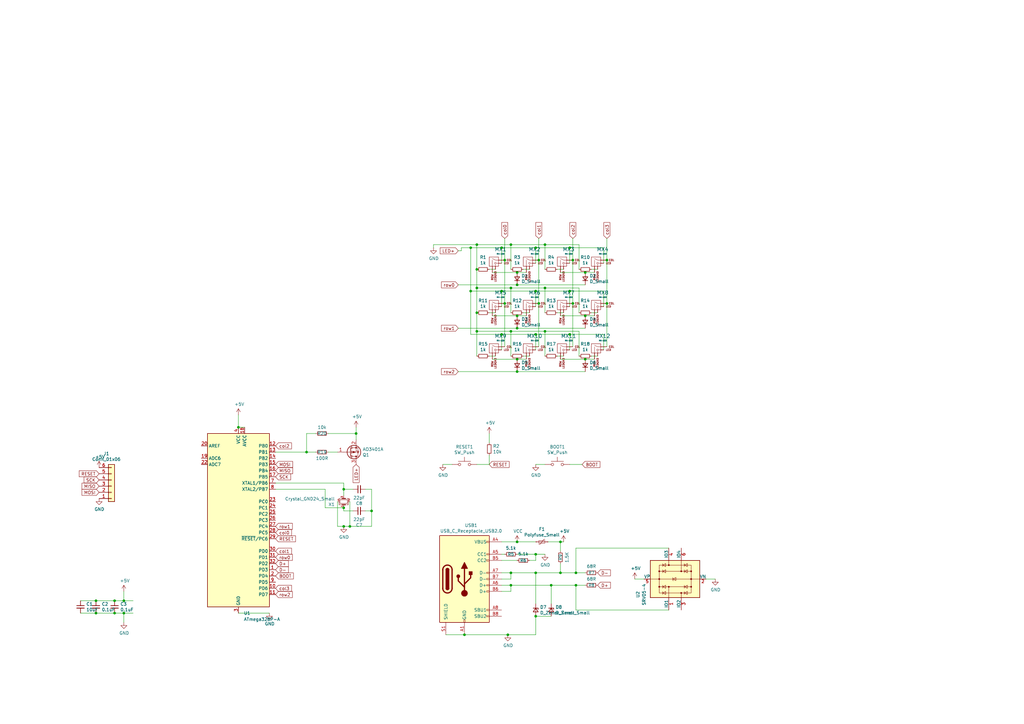
<source format=kicad_sch>
(kicad_sch (version 20231120) (generator "eeschema") (generator_version "8.0")
  (paper "A3")
  (lib_symbols
    (symbol "Connector:USB_C_Receptacle_USB2.0" (pin_names (offset 1.016))
      (property "Reference" "J" (at -10.16 19.05 0))
      (property "Value" "USB_C_Receptacle_USB2.0" (at 19.05 19.05 0))
      (symbol "USB_C_Receptacle_USB2.0_0_0"
        (rectangle (start -0.254 -17.78) (end 0.254 -16.764))
        (rectangle (start 10.16 -14.986) (end 9.144 -15.494))
        (rectangle (start 10.16 -12.446) (end 9.144 -12.954))
        (rectangle (start 10.16 -4.826) (end 9.144 -5.334))
        (rectangle (start 10.16 -2.286) (end 9.144 -2.794))
        (rectangle (start 10.16 0.254) (end 9.144 -0.254))
        (rectangle (start 10.16 2.794) (end 9.144 2.286))
        (rectangle (start 10.16 7.874) (end 9.144 7.366))
        (rectangle (start 10.16 10.414) (end 9.144 9.906))
        (rectangle (start 10.16 15.494) (end 9.144 14.986))
      )
      (symbol "USB_C_Receptacle_USB2.0_0_1"
        (rectangle (start -10.16 17.78) (end 10.16 -17.78) (stroke (width 0.254)) (fill (type background)))
        (arc (start -8.89 -3.81) (mid -6.985 -5.7067) (end -5.08 -3.81) (stroke (width 0.508)))
        (arc (start -7.62 -3.81) (mid -6.985 -4.4423) (end -6.35 -3.81) (stroke (width 0.254)))
        (arc (start -7.62 -3.81) (mid -6.985 -4.4423) (end -6.35 -3.81) (stroke (width 0.254)) (fill (type outline)))
        (rectangle (start -7.62 -3.81) (end -6.35 3.81) (stroke (width 0.254)) (fill (type outline)))
        (arc (start -6.35 3.81) (mid -6.985 4.4423) (end -7.62 3.81) (stroke (width 0.254)))
        (arc (start -6.35 3.81) (mid -6.985 4.4423) (end -7.62 3.81) (stroke (width 0.254)) (fill (type outline)))
        (arc (start -5.08 3.81) (mid -6.985 5.7067) (end -8.89 3.81) (stroke (width 0.508)))
        (circle (center -2.54 1.143) (radius 0.635) (stroke (width 0.254)) (fill (type outline)))
        (circle (center 0 -5.842) (radius 1.27) (fill (type outline)))
        (polyline (pts (xy -8.89 -3.81) (xy -8.89 3.81)) (stroke (width 0.508)))
        (polyline (pts (xy -5.08 3.81) (xy -5.08 -3.81)) (stroke (width 0.508)))
        (polyline (pts (xy 0 -5.842) (xy 0 4.318)) (stroke (width 0.508)))
        (polyline (pts (xy 0 -3.302) (xy -2.54 -0.762) (xy -2.54 0.508)) (stroke (width 0.508)))
        (polyline (pts (xy 0 -2.032) (xy 2.54 0.508) (xy 2.54 1.778)) (stroke (width 0.508)))
        (polyline (pts (xy -1.27 4.318) (xy 0 6.858) (xy 1.27 4.318) (xy -1.27 4.318)) (stroke (width 0.254)) (fill (type outline)))
        (rectangle (start 1.905 1.778) (end 3.175 3.048) (stroke (width 0.254)) (fill (type outline)))
      )
      (symbol "USB_C_Receptacle_USB2.0_1_1"
        (pin passive line (at 0 -22.86 90) (length 5.08) (name "GND") (number "A1"))
        (pin passive line (at 0 -22.86 90) (length 5.08) hide (name "GND") (number "A12"))
        (pin passive line (at 15.24 15.24 180) (length 5.08) (name "VBUS") (number "A4"))
        (pin bidirectional line (at 15.24 10.16 180) (length 5.08) (name "CC1") (number "A5"))
        (pin bidirectional line (at 15.24 -2.54 180) (length 5.08) (name "D+") (number "A6"))
        (pin bidirectional line (at 15.24 2.54 180) (length 5.08) (name "D-") (number "A7"))
        (pin bidirectional line (at 15.24 -12.7 180) (length 5.08) (name "SBU1") (number "A8"))
        (pin passive line (at 15.24 15.24 180) (length 5.08) hide (name "VBUS") (number "A9"))
        (pin passive line (at 0 -22.86 90) (length 5.08) hide (name "GND") (number "B1"))
        (pin passive line (at 0 -22.86 90) (length 5.08) hide (name "GND") (number "B12"))
        (pin passive line (at 15.24 15.24 180) (length 5.08) hide (name "VBUS") (number "B4"))
        (pin bidirectional line (at 15.24 7.62 180) (length 5.08) (name "CC2") (number "B5"))
        (pin bidirectional line (at 15.24 -5.08 180) (length 5.08) (name "D+") (number "B6"))
        (pin bidirectional line (at 15.24 0 180) (length 5.08) (name "D-") (number "B7"))
        (pin bidirectional line (at 15.24 -15.24 180) (length 5.08) (name "SBU2") (number "B8"))
        (pin passive line (at 15.24 15.24 180) (length 5.08) hide (name "VBUS") (number "B9"))
        (pin passive line (at -7.62 -22.86 90) (length 5.08) (name "SHIELD") (number "S1"))
      )
    )
    (symbol "Connector_Generic:Conn_01x06" (pin_names (offset 1.016) hide)
      (property "Reference" "J" (at 0 7.62 0))
      (property "Value" "Conn_01x06" (at 0 -10.16 0))
      (symbol "Conn_01x06_1_1"
        (rectangle (start -1.27 -7.493) (end 0 -7.747) (stroke (width 0.1524)))
        (rectangle (start -1.27 -4.953) (end 0 -5.207) (stroke (width 0.1524)))
        (rectangle (start -1.27 -2.413) (end 0 -2.667) (stroke (width 0.1524)))
        (rectangle (start -1.27 0.127) (end 0 -0.127) (stroke (width 0.1524)))
        (rectangle (start -1.27 2.667) (end 0 2.413) (stroke (width 0.1524)))
        (rectangle (start -1.27 5.207) (end 0 4.953) (stroke (width 0.1524)))
        (rectangle (start -1.27 6.35) (end 1.27 -8.89) (stroke (width 0.254)) (fill (type background)))
        (pin passive line (at -5.08 5.08 0) (length 3.81) (name "Pin_1") (number "1"))
        (pin passive line (at -5.08 2.54 0) (length 3.81) (name "Pin_2") (number "2"))
        (pin passive line (at -5.08 0 0) (length 3.81) (name "Pin_3") (number "3"))
        (pin passive line (at -5.08 -2.54 0) (length 3.81) (name "Pin_4") (number "4"))
        (pin passive line (at -5.08 -5.08 0) (length 3.81) (name "Pin_5") (number "5"))
        (pin passive line (at -5.08 -7.62 0) (length 3.81) (name "Pin_6") (number "6"))
      )
    )
    (symbol "Device:C_Small" (pin_numbers hide) (pin_names (offset 0.254) hide)
      (property "Reference" "C" (at 0.254 1.778 0))
      (property "Value" "C_Small" (at 0.254 -2.032 0))
      (symbol "C_Small_0_1"
        (polyline (pts (xy -1.524 -0.508) (xy 1.524 -0.508)) (stroke (width 0.3302)))
        (polyline (pts (xy -1.524 0.508) (xy 1.524 0.508)) (stroke (width 0.3048)))
      )
      (symbol "C_Small_1_1"
        (pin passive line (at 0 2.54 270) (length 2.032) (name "~") (number "1"))
        (pin passive line (at 0 -2.54 90) (length 2.032) (name "~") (number "2"))
      )
    )
    (symbol "Device:Crystal_GND24_Small" (pin_names (offset 1.016) hide)
      (property "Reference" "Y" (at 1.27 4.445 0))
      (property "Value" "Crystal_GND24_Small" (at 1.27 2.54 0))
      (symbol "Crystal_GND24_Small_0_1"
        (rectangle (start -0.762 -1.524) (end 0.762 1.524))
        (polyline (pts (xy -1.27 -0.762) (xy -1.27 0.762)) (stroke (width 0.381)))
        (polyline (pts (xy 1.27 -0.762) (xy 1.27 0.762)) (stroke (width 0.381)))
        (polyline (pts (xy -1.27 -1.27) (xy -1.27 -1.905) (xy 1.27 -1.905) (xy 1.27 -1.27)))
        (polyline (pts (xy -1.27 1.27) (xy -1.27 1.905) (xy 1.27 1.905) (xy 1.27 1.27)))
      )
      (symbol "Crystal_GND24_Small_1_1"
        (pin passive line (at -2.54 0 0) (length 1.27) (name "1") (number "1"))
        (pin passive line (at 0 -2.54 90) (length 0.635) (name "2") (number "2"))
        (pin passive line (at 2.54 0 180) (length 1.27) (name "3") (number "3"))
        (pin passive line (at 0 2.54 270) (length 0.635) (name "4") (number "4"))
      )
    )
    (symbol "Device:D_Small" (pin_numbers hide) (pin_names (offset 0.254) hide)
      (property "Reference" "D" (at -1.27 2.032 0))
      (property "Value" "D_Small" (at -3.81 -2.032 0))
      (symbol "D_Small_0_1"
        (polyline (pts (xy -0.762 -1.016) (xy -0.762 1.016)) (stroke (width 0.254)))
        (polyline (pts (xy -0.762 0) (xy 0.762 0)))
        (polyline (pts (xy 0.762 -1.016) (xy -0.762 0) (xy 0.762 1.016) (xy 0.762 -1.016)) (stroke (width 0.254)))
      )
      (symbol "D_Small_1_1"
        (pin passive line (at -2.54 0 0) (length 1.778) (name "K") (number "1"))
        (pin passive line (at 2.54 0 180) (length 1.778) (name "A") (number "2"))
      )
    )
    (symbol "Device:D_Zener_Small" (pin_numbers hide) (pin_names (offset 0.254) hide)
      (property "Reference" "D" (at 0 2.286 0))
      (property "Value" "D_Zener_Small" (at 0 -2.286 0))
      (symbol "D_Zener_Small_0_1"
        (polyline (pts (xy 0.762 0) (xy -0.762 0)))
        (polyline (pts (xy -0.254 1.016) (xy -0.762 1.016) (xy -0.762 -1.016)) (stroke (width 0.254)))
        (polyline (pts (xy 0.762 1.016) (xy -0.762 0) (xy 0.762 -1.016) (xy 0.762 1.016)) (stroke (width 0.254)))
      )
      (symbol "D_Zener_Small_1_1"
        (pin passive line (at -2.54 0 0) (length 1.778) (name "K") (number "1"))
        (pin passive line (at 2.54 0 180) (length 1.778) (name "A") (number "2"))
      )
    )
    (symbol "Device:Polyfuse_Small" (pin_numbers hide) (pin_names (offset 0))
      (property "Reference" "F" (at -1.905 0 90))
      (property "Value" "Polyfuse_Small" (at 1.905 0 90))
      (symbol "Polyfuse_Small_0_1"
        (rectangle (start -0.508 1.27) (end 0.508 -1.27))
        (polyline (pts (xy 0 2.54) (xy 0 -2.54)))
        (polyline (pts (xy -1.016 1.27) (xy -1.016 0.762) (xy 1.016 -0.762) (xy 1.016 -1.27)))
      )
      (symbol "Polyfuse_Small_1_1"
        (pin passive line (at 0 2.54 270) (length 0.635) (name "~") (number "1"))
        (pin passive line (at 0 -2.54 90) (length 0.635) (name "~") (number "2"))
      )
    )
    (symbol "Device:R_Small" (pin_numbers hide) (pin_names (offset 0.254) hide)
      (property "Reference" "R" (at 0.762 0.508 0))
      (property "Value" "R_Small" (at 0.762 -1.016 0))
      (symbol "R_Small_0_1"
        (rectangle (start -0.762 1.778) (end 0.762 -1.778) (stroke (width 0.2032)))
      )
      (symbol "R_Small_1_1"
        (pin passive line (at 0 2.54 270) (length 0.762) (name "~") (number "1"))
        (pin passive line (at 0 -2.54 90) (length 0.762) (name "~") (number "2"))
      )
    )
    (symbol "MCU_Microchip_ATmega:ATmega328P-A"
      (property "Reference" "U" (at -12.7 36.83 0))
      (property "Value" "ATmega328P-A" (at 2.54 -36.83 0))
      (symbol "ATmega328P-A_0_1"
        (rectangle (start -12.7 -35.56) (end 12.7 35.56) (stroke (width 0.254)) (fill (type background)))
      )
      (symbol "ATmega328P-A_1_1"
        (pin bidirectional line (at 15.24 -20.32 180) (length 2.54) (name "PD3") (number "1"))
        (pin bidirectional line (at 15.24 -27.94 180) (length 2.54) (name "PD6") (number "10"))
        (pin bidirectional line (at 15.24 -30.48 180) (length 2.54) (name "PD7") (number "11"))
        (pin bidirectional line (at 15.24 30.48 180) (length 2.54) (name "PB0") (number "12"))
        (pin bidirectional line (at 15.24 27.94 180) (length 2.54) (name "PB1") (number "13"))
        (pin bidirectional line (at 15.24 25.4 180) (length 2.54) (name "PB2") (number "14"))
        (pin bidirectional line (at 15.24 22.86 180) (length 2.54) (name "PB3") (number "15"))
        (pin bidirectional line (at 15.24 20.32 180) (length 2.54) (name "PB4") (number "16"))
        (pin bidirectional line (at 15.24 17.78 180) (length 2.54) (name "PB5") (number "17"))
        (pin power_in line (at 2.54 38.1 270) (length 2.54) (name "AVCC") (number "18"))
        (pin input line (at -15.24 25.4 0) (length 2.54) (name "ADC6") (number "19"))
        (pin bidirectional line (at 15.24 -22.86 180) (length 2.54) (name "PD4") (number "2"))
        (pin passive line (at -15.24 30.48 0) (length 2.54) (name "AREF") (number "20"))
        (pin passive line (at 0 -38.1 90) (length 2.54) hide (name "GND") (number "21"))
        (pin input line (at -15.24 22.86 0) (length 2.54) (name "ADC7") (number "22"))
        (pin bidirectional line (at 15.24 7.62 180) (length 2.54) (name "PC0") (number "23"))
        (pin bidirectional line (at 15.24 5.08 180) (length 2.54) (name "PC1") (number "24"))
        (pin bidirectional line (at 15.24 2.54 180) (length 2.54) (name "PC2") (number "25"))
        (pin bidirectional line (at 15.24 0 180) (length 2.54) (name "PC3") (number "26"))
        (pin bidirectional line (at 15.24 -2.54 180) (length 2.54) (name "PC4") (number "27"))
        (pin bidirectional line (at 15.24 -5.08 180) (length 2.54) (name "PC5") (number "28"))
        (pin bidirectional line (at 15.24 -7.62 180) (length 2.54) (name "~{RESET}/PC6") (number "29"))
        (pin power_in line (at 0 -38.1 90) (length 2.54) (name "GND") (number "3"))
        (pin bidirectional line (at 15.24 -12.7 180) (length 2.54) (name "PD0") (number "30"))
        (pin bidirectional line (at 15.24 -15.24 180) (length 2.54) (name "PD1") (number "31"))
        (pin bidirectional line (at 15.24 -17.78 180) (length 2.54) (name "PD2") (number "32"))
        (pin power_in line (at 0 38.1 270) (length 2.54) (name "VCC") (number "4"))
        (pin passive line (at 0 -38.1 90) (length 2.54) hide (name "GND") (number "5"))
        (pin passive line (at 0 38.1 270) (length 2.54) hide (name "VCC") (number "6"))
        (pin bidirectional line (at 15.24 15.24 180) (length 2.54) (name "XTAL1/PB6") (number "7"))
        (pin bidirectional line (at 15.24 12.7 180) (length 2.54) (name "XTAL2/PB7") (number "8"))
        (pin bidirectional line (at 15.24 -25.4 180) (length 2.54) (name "PD5") (number "9"))
      )
    )
    (symbol "MX_Alps_Hybrid:MX-LED" (pin_names (offset 1.016))
      (property "Reference" "MX" (at -0.635 3.81 0))
      (property "Value" "MX-LED" (at -0.635 1.27 0))
      (symbol "MX-LED_0_0"
        (rectangle (start -2.54 2.54) (end 1.27 -1.27))
        (polyline (pts (xy -1.27 -1.27) (xy -1.27 1.27)) (stroke (width 0.127)))
        (polyline (pts (xy 0 -1.27) (xy 0 -0.635)) (stroke (width 0.127)))
        (polyline (pts (xy 1.27 0) (xy 0.635 0)) (stroke (width 0.127)))
        (polyline (pts (xy 1.27 1.27) (xy 0 1.27) (xy -1.27 1.905)) (stroke (width 0.127)))
        (circle (center 0 0) (radius 0.3556) (stroke (width 0.127)))
        (text "COL" (at 5.715 1.27 0) (effects (font (size 0.762 0.762))))
        (text "LED" (at 4.445 0 0) (effects (font (size 0.762 0.762))))
        (text "ROW" (at -1.27 -4.445 900) (effects (font (size 0.762 0.762)) (justify right)))
      )
      (symbol "MX-LED_1_0"
        (text "LEDGND" (at 0 -3.175 900) (effects (font (size 0.762 0.762)) (justify right)))
      )
      (symbol "MX-LED_1_1"
        (pin passive line (at 3.81 1.27 180) (length 2.54) (name "COL") (number "1"))
        (pin passive line (at -1.27 -3.81 90) (length 2.54) (name "ROW") (number "2"))
        (pin input line (at 2.54 0 180) (length 1.27) (name "LED") (number "3"))
        (pin passive line (at 0 -2.54 90) (length 1.27) (name "LEDGND") (number "4"))
      )
    )
    (symbol "Power_Protection:SRV05-4" (pin_names (offset 0))
      (property "Reference" "U" (at -5.08 11.43 0))
      (property "Value" "SRV05-4" (at 2.54 11.43 0))
      (symbol "SRV05-4_0_0"
        (rectangle (start -5.715 6.477) (end 5.715 -6.604))
        (polyline (pts (xy -3.175 -6.604) (xy -3.175 6.477)))
        (polyline (pts (xy 3.175 6.477) (xy 3.175 -6.604)))
      )
      (symbol "SRV05-4_0_1"
        (rectangle (start -7.62 10.16) (end 7.62 -10.16) (stroke (width 0.254)) (fill (type background)))
        (circle (center -5.715 -2.54) (radius 0.2794) (fill (type outline)))
        (circle (center -3.175 -6.604) (radius 0.2794) (fill (type outline)))
        (circle (center -3.175 2.54) (radius 0.2794) (fill (type outline)))
        (circle (center -3.175 6.477) (radius 0.2794) (fill (type outline)))
        (circle (center 0 -6.604) (radius 0.2794) (fill (type outline)))
        (polyline (pts (xy -7.747 2.54) (xy -3.175 2.54)))
        (polyline (pts (xy -7.62 -2.54) (xy -5.715 -2.54)))
        (polyline (pts (xy -5.08 -3.81) (xy -6.35 -3.81)))
        (polyline (pts (xy -5.08 5.08) (xy -6.35 5.08)))
        (polyline (pts (xy -2.54 -3.81) (xy -3.81 -3.81)))
        (polyline (pts (xy -2.54 5.08) (xy -3.81 5.08)))
        (polyline (pts (xy 0 10.16) (xy 0 -10.16)))
        (polyline (pts (xy 3.81 -3.81) (xy 2.54 -3.81)))
        (polyline (pts (xy 3.81 5.08) (xy 2.54 5.08)))
        (polyline (pts (xy 6.35 -3.81) (xy 5.08 -3.81)))
        (polyline (pts (xy 6.35 5.08) (xy 5.08 5.08)))
        (polyline (pts (xy 7.62 -2.54) (xy 3.175 -2.54)))
        (polyline (pts (xy 7.62 2.54) (xy 5.715 2.54)))
        (polyline (pts (xy 0.635 0.889) (xy -0.635 0.889) (xy -0.635 0.635)))
        (polyline (pts (xy -5.08 -5.08) (xy -6.35 -5.08) (xy -5.715 -3.81) (xy -5.08 -5.08)))
        (polyline (pts (xy -5.08 3.81) (xy -6.35 3.81) (xy -5.715 5.08) (xy -5.08 3.81)))
        (polyline (pts (xy -2.54 -5.08) (xy -3.81 -5.08) (xy -3.175 -3.81) (xy -2.54 -5.08)))
        (polyline (pts (xy -2.54 3.81) (xy -3.81 3.81) (xy -3.175 5.08) (xy -2.54 3.81)))
        (polyline (pts (xy 0.635 -0.381) (xy -0.635 -0.381) (xy 0 0.889) (xy 0.635 -0.381)))
        (polyline (pts (xy 3.81 -5.08) (xy 2.54 -5.08) (xy 3.175 -3.81) (xy 3.81 -5.08)))
        (polyline (pts (xy 3.81 3.81) (xy 2.54 3.81) (xy 3.175 5.08) (xy 3.81 3.81)))
        (polyline (pts (xy 6.35 -5.08) (xy 5.08 -5.08) (xy 5.715 -3.81) (xy 6.35 -5.08)))
        (polyline (pts (xy 6.35 3.81) (xy 5.08 3.81) (xy 5.715 5.08) (xy 6.35 3.81)))
        (circle (center 0 6.477) (radius 0.2794) (fill (type outline)))
        (circle (center 3.175 -6.604) (radius 0.2794) (fill (type outline)))
        (circle (center 3.175 -2.54) (radius 0.2794) (fill (type outline)))
        (circle (center 3.175 6.477) (radius 0.2794) (fill (type outline)))
        (circle (center 5.715 2.54) (radius 0.2794) (fill (type outline)))
      )
      (symbol "SRV05-4_1_1"
        (pin passive line (at -12.7 2.54 0) (length 5.08) (name "IO1") (number "1"))
        (pin passive line (at 0 -12.7 90) (length 2.54) (name "VN") (number "2"))
        (pin passive line (at -12.7 -2.54 0) (length 5.08) (name "IO2") (number "3"))
        (pin passive line (at 12.7 2.54 180) (length 5.08) (name "IO3") (number "4"))
        (pin passive line (at 0 12.7 270) (length 2.54) (name "VP") (number "5"))
        (pin passive line (at 12.7 -2.54 180) (length 5.08) (name "IO4") (number "6"))
      )
    )
    (symbol "Switch:SW_Push" (pin_numbers hide) (pin_names (offset 1.016) hide)
      (property "Reference" "SW" (at 1.27 2.54 0))
      (property "Value" "SW_Push" (at 0 -1.524 0))
      (symbol "SW_Push_0_1"
        (circle (center -2.032 0) (radius 0.508))
        (polyline (pts (xy 0 1.27) (xy 0 3.048)))
        (polyline (pts (xy 2.54 1.27) (xy -2.54 1.27)))
        (circle (center 2.032 0) (radius 0.508))
        (pin passive line (at -5.08 0 0) (length 2.54) (name "1") (number "1"))
        (pin passive line (at 5.08 0 180) (length 2.54) (name "2") (number "2"))
      )
    )
    (symbol "Transistor_FET:AO3401A" (pin_names hide)
      (property "Reference" "Q" (at 5.08 1.905 0))
      (property "Value" "AO3401A" (at 5.08 0 0))
      (symbol "AO3401A_0_1"
        (polyline (pts (xy 0.254 0) (xy -2.54 0)))
        (polyline (pts (xy 0.254 1.905) (xy 0.254 -1.905)) (stroke (width 0.254)))
        (polyline (pts (xy 0.762 -1.27) (xy 0.762 -2.286)) (stroke (width 0.254)))
        (polyline (pts (xy 0.762 0.508) (xy 0.762 -0.508)) (stroke (width 0.254)))
        (polyline (pts (xy 0.762 2.286) (xy 0.762 1.27)) (stroke (width 0.254)))
        (polyline (pts (xy 2.54 2.54) (xy 2.54 1.778)))
        (polyline (pts (xy 2.54 -2.54) (xy 2.54 0) (xy 0.762 0)))
        (polyline (pts (xy 0.762 1.778) (xy 3.302 1.778) (xy 3.302 -1.778) (xy 0.762 -1.778)))
        (polyline (pts (xy 2.286 0) (xy 1.27 0.381) (xy 1.27 -0.381) (xy 2.286 0)) (fill (type outline)))
        (polyline (pts (xy 2.794 -0.508) (xy 2.921 -0.381) (xy 3.683 -0.381) (xy 3.81 -0.254)))
        (polyline (pts (xy 3.302 -0.381) (xy 2.921 0.254) (xy 3.683 0.254) (xy 3.302 -0.381)))
        (circle (center 1.651 0) (radius 2.794) (stroke (width 0.254)))
        (circle (center 2.54 -1.778) (radius 0.254) (fill (type outline)))
        (circle (center 2.54 1.778) (radius 0.254) (fill (type outline)))
      )
      (symbol "AO3401A_1_1"
        (pin input line (at -5.08 0 0) (length 2.54) (name "G") (number "1"))
        (pin passive line (at 2.54 -5.08 90) (length 2.54) (name "S") (number "2"))
        (pin passive line (at 2.54 5.08 270) (length 2.54) (name "D") (number "3"))
      )
    )
    (symbol "power:+5V" (power) (pin_names (offset 0))
      (property "Value" "+5V" (at 0 3.556 0))
      (symbol "+5V_0_1"
        (polyline (pts (xy -0.762 1.27) (xy 0 2.54)))
        (polyline (pts (xy 0 0) (xy 0 2.54)))
        (polyline (pts (xy 0 2.54) (xy 0.762 1.27)))
      )
      (symbol "+5V_1_1"
        (pin power_in line (at 0 0 90) (length 0) hide (name "+5V") (number "1"))
      )
    )
    (symbol "power:GND" (power) (pin_names (offset 0))
      (property "Value" "GND" (at 0 -3.81 0))
      (symbol "GND_0_1"
        (polyline (pts (xy 0 0) (xy 0 -1.27) (xy 1.27 -1.27) (xy 0 -2.54) (xy -1.27 -1.27) (xy 0 -1.27)))
      )
      (symbol "GND_1_1"
        (pin power_in line (at 0 0 270) (length 0) hide (name "GND") (number "1"))
      )
    )
    (symbol "power:VCC" (power) (pin_names (offset 0))
      (property "Value" "VCC" (at 0 3.81 0))
      (symbol "VCC_0_1"
        (polyline (pts (xy -0.762 1.27) (xy 0 2.54)))
        (polyline (pts (xy 0 0) (xy 0 2.54)))
        (polyline (pts (xy 0 2.54) (xy 0.762 1.27)))
      )
      (symbol "VCC_1_1"
        (pin power_in line (at 0 0 90) (length 0) hide (name "VCC") (number "1"))
      )
    )
  )
  (junction (at 220.98 124.46))
  (junction (at 152.4 209.55))
  (junction (at 212.09 134.62))
  (junction (at 209.55 240.03))
  (junction (at 208.28 260.35))
  (junction (at 212.09 111.76))
  (junction (at 229.87 222.25))
  (junction (at 219.71 227.33))
  (junction (at 205.74 119.38))
  (junction (at 195.58 110.49))
  (junction (at 50.8 246.38))
  (junction (at 220.98 106.68))
  (junction (at 219.71 119.38))
  (junction (at 233.68 101.6))
  (junction (at 223.52 100.33))
  (junction (at 248.92 124.46))
  (junction (at 234.95 124.46))
  (junction (at 212.09 129.54))
  (junction (at 240.03 111.76))
  (junction (at 140.97 215.9))
  (junction (at 39.37 251.46))
  (junction (at 97.79 175.26))
  (junction (at 233.68 137.16))
  (junction (at 207.01 124.46))
  (junction (at 50.8 251.46))
  (junction (at 212.09 152.4))
  (junction (at 209.55 118.11))
  (junction (at 146.05 177.8))
  (junction (at 140.97 200.66))
  (junction (at 234.95 106.68))
  (junction (at 236.22 240.03))
  (junction (at 233.68 119.38))
  (junction (at 46.99 246.38))
  (junction (at 219.71 137.16))
  (junction (at 212.09 147.32))
  (junction (at 240.03 147.32))
  (junction (at 219.71 234.95))
  (junction (at 219.71 101.6))
  (junction (at 212.09 116.84))
  (junction (at 219.71 252.73))
  (junction (at 223.52 118.11))
  (junction (at 39.37 246.38))
  (junction (at 205.74 137.16))
  (junction (at 207.01 106.68))
  (junction (at 226.06 240.03))
  (junction (at 236.22 234.95))
  (junction (at 46.99 251.46))
  (junction (at 209.55 234.95))
  (junction (at 240.03 129.54))
  (junction (at 193.04 101.6))
  (junction (at 209.55 135.89))
  (junction (at 190.5 260.35))
  (junction (at 195.58 128.27))
  (junction (at 212.09 222.25))
  (junction (at 248.92 106.68))
  (junction (at 229.87 234.95))
  (junction (at 143.51 215.9))
  (junction (at 209.55 100.33))
  (junction (at 223.52 135.89))
  (junction (at 140.97 208.28))
  (junction (at 195.58 100.33))
  (junction (at 205.74 101.6))
  (junction (at 125.73 185.42))
  (junction (at 195.58 135.89))
  (junction (at 193.04 119.38))
  (junction (at 195.58 118.11))
  (wire (pts (xy 201.93 147.32) (xy 212.09 147.32)))
  (wire (pts (xy 193.04 119.38) (xy 193.04 101.6)))
  (wire (pts (xy 212.09 111.76) (xy 201.93 111.76)))
  (wire (pts (xy 39.37 246.38) (xy 33.02 246.38)))
  (wire (pts (xy 233.68 143.51) (xy 233.68 137.16)))
  (wire (pts (xy 223.52 128.27) (xy 223.52 118.11)))
  (wire (pts (xy 97.79 175.26) (xy 100.33 175.26)))
  (wire (pts (xy 212.09 116.84) (xy 240.03 116.84)))
  (wire (pts (xy 138.43 205.74) (xy 138.43 215.9)))
  (wire (pts (xy 245.11 146.05) (xy 242.57 146.05)))
  (wire (pts (xy 247.65 125.73) (xy 247.65 119.38)))
  (wire (pts (xy 143.51 215.9) (xy 152.4 215.9)))
  (wire (pts (xy 215.9 129.54) (xy 212.09 129.54)))
  (wire (pts (xy 134.62 185.42) (xy 138.43 185.42)))
  (wire (pts (xy 209.55 242.57) (xy 209.55 240.03)))
  (wire (pts (xy 134.62 177.8) (xy 146.05 177.8)))
  (wire (pts (xy 219.71 252.73) (xy 226.06 252.73)))
  (wire (pts (xy 234.95 124.46) (xy 234.95 142.24)))
  (wire (pts (xy 212.09 229.87) (xy 205.74 229.87)))
  (wire (pts (xy 195.58 135.89) (xy 195.58 128.27)))
  (wire (pts (xy 50.8 255.27) (xy 50.8 251.46)))
  (wire (pts (xy 205.74 222.25) (xy 212.09 222.25)))
  (wire (pts (xy 146.05 177.8) (xy 146.05 180.34)))
  (wire (pts (xy 214.63 146.05) (xy 217.17 146.05)))
  (wire (pts (xy 205.74 107.95) (xy 205.74 101.6)))
  (wire (pts (xy 207.01 124.46) (xy 207.01 142.24)))
  (wire (pts (xy 219.71 101.6) (xy 205.74 101.6)))
  (wire (pts (xy 133.35 200.66) (xy 113.03 200.66)))
  (wire (pts (xy 229.87 226.06) (xy 229.87 222.25)))
  (wire (pts (xy 195.58 110.49) (xy 195.58 100.33)))
  (wire (pts (xy 209.55 128.27) (xy 209.55 118.11)))
  (wire (pts (xy 217.17 110.49) (xy 214.63 110.49)))
  (wire (pts (xy 223.52 110.49) (xy 223.52 100.33)))
  (wire (pts (xy 200.66 128.27) (xy 203.2 128.27)))
  (wire (pts (xy 200.66 177.8) (xy 200.66 181.61)))
  (wire (pts (xy 223.52 100.33) (xy 209.55 100.33)))
  (wire (pts (xy 140.97 208.28) (xy 133.35 208.28)))
  (wire (pts (xy 208.28 260.35) (xy 219.71 260.35)))
  (wire (pts (xy 205.74 234.95) (xy 209.55 234.95)))
  (wire (pts (xy 236.22 240.03) (xy 240.03 240.03)))
  (wire (pts (xy 237.49 100.33) (xy 223.52 100.33)))
  (wire (pts (xy 195.58 118.11) (xy 195.58 110.49)))
  (wire (pts (xy 226.06 247.65) (xy 226.06 240.03)))
  (wire (pts (xy 220.98 97.79) (xy 220.98 106.68)))
  (wire (pts (xy 209.55 237.49) (xy 209.55 234.95)))
  (wire (pts (xy 39.37 246.38) (xy 46.99 246.38)))
  (wire (pts (xy 146.05 177.8) (xy 146.05 175.26)))
  (wire (pts (xy 237.49 135.89) (xy 223.52 135.89)))
  (wire (pts (xy 182.88 260.35) (xy 190.5 260.35)))
  (wire (pts (xy 220.98 124.46) (xy 220.98 142.24)))
  (wire (pts (xy 209.55 234.95) (xy 219.71 234.95)))
  (wire (pts (xy 212.09 152.4) (xy 240.03 152.4)))
  (wire (pts (xy 219.71 227.33) (xy 212.09 227.33)))
  (wire (pts (xy 247.65 143.51) (xy 247.65 137.16)))
  (wire (pts (xy 219.71 107.95) (xy 219.71 101.6)))
  (wire (pts (xy 229.87 231.14) (xy 229.87 234.95)))
  (wire (pts (xy 223.52 146.05) (xy 223.52 135.89)))
  (wire (pts (xy 237.49 146.05) (xy 237.49 135.89)))
  (wire (pts (xy 205.74 237.49) (xy 209.55 237.49)))
  (wire (pts (xy 237.49 110.49) (xy 237.49 100.33)))
  (wire (pts (xy 214.63 128.27) (xy 217.17 128.27)))
  (wire (pts (xy 140.97 209.55) (xy 140.97 208.28)))
  (wire (pts (xy 223.52 135.89) (xy 209.55 135.89)))
  (wire (pts (xy 219.71 260.35) (xy 219.71 252.73)))
  (wire (pts (xy 236.22 234.95) (xy 240.03 234.95)))
  (wire (pts (xy 229.87 147.32) (xy 240.03 147.32)))
  (wire (pts (xy 189.23 101.6) (xy 189.23 102.87)))
  (wire (pts (xy 219.71 143.51) (xy 219.71 137.16)))
  (wire (pts (xy 220.98 106.68) (xy 220.98 124.46)))
  (wire (pts (xy 195.58 146.05) (xy 195.58 135.89)))
  (wire (pts (xy 219.71 137.16) (xy 205.74 137.16)))
  (wire (pts (xy 113.03 198.12) (xy 140.97 198.12)))
  (wire (pts (xy 140.97 215.9) (xy 143.51 215.9)))
  (wire (pts (xy 219.71 229.87) (xy 219.71 227.33)))
  (wire (pts (xy 233.68 125.73) (xy 233.68 119.38)))
  (wire (pts (xy 187.96 116.84) (xy 212.09 116.84)))
  (wire (pts (xy 152.4 200.66) (xy 152.4 209.55)))
  (wire (pts (xy 248.92 124.46) (xy 248.92 142.24)))
  (wire (pts (xy 233.68 101.6) (xy 219.71 101.6)))
  (wire (pts (xy 50.8 246.38) (xy 54.61 246.38)))
  (wire (pts (xy 293.37 237.49) (xy 289.56 237.49)))
  (wire (pts (xy 205.74 101.6) (xy 193.04 101.6)))
  (wire (pts (xy 233.68 190.5) (xy 238.76 190.5)))
  (wire (pts (xy 243.84 111.76) (xy 240.03 111.76)))
  (wire (pts (xy 205.74 143.51) (xy 205.74 137.16)))
  (wire (pts (xy 236.22 250.19) (xy 274.32 250.19)))
  (wire (pts (xy 219.71 125.73) (xy 219.71 119.38)))
  (wire (pts (xy 200.66 146.05) (xy 203.2 146.05)))
  (wire (pts (xy 149.86 200.66) (xy 152.4 200.66)))
  (wire (pts (xy 193.04 101.6) (xy 189.23 101.6)))
  (wire (pts (xy 240.03 129.54) (xy 229.87 129.54)))
  (wire (pts (xy 177.8 100.33) (xy 177.8 101.6)))
  (wire (pts (xy 224.79 222.25) (xy 229.87 222.25)))
  (wire (pts (xy 177.8 100.33) (xy 195.58 100.33)))
  (wire (pts (xy 140.97 200.66) (xy 140.97 203.2)))
  (wire (pts (xy 205.74 125.73) (xy 205.74 119.38)))
  (wire (pts (xy 129.54 177.8) (xy 125.73 177.8)))
  (wire (pts (xy 209.55 146.05) (xy 209.55 135.89)))
  (wire (pts (xy 207.01 106.68) (xy 207.01 124.46)))
  (wire (pts (xy 229.87 234.95) (xy 236.22 234.95)))
  (wire (pts (xy 46.99 246.38) (xy 50.8 246.38)))
  (wire (pts (xy 97.79 251.46) (xy 110.49 251.46)))
  (wire (pts (xy 209.55 100.33) (xy 195.58 100.33)))
  (wire (pts (xy 195.58 190.5) (xy 200.66 190.5)))
  (wire (pts (xy 143.51 215.9) (xy 143.51 205.74)))
  (wire (pts (xy 140.97 209.55) (xy 144.78 209.55)))
  (wire (pts (xy 200.66 190.5) (xy 200.66 186.69)))
  (wire (pts (xy 193.04 137.16) (xy 193.04 119.38)))
  (wire (pts (xy 50.8 251.46) (xy 46.99 251.46)))
  (wire (pts (xy 226.06 240.03) (xy 236.22 240.03)))
  (wire (pts (xy 201.93 129.54) (xy 212.09 129.54)))
  (wire (pts (xy 140.97 198.12) (xy 140.97 200.66)))
  (wire (pts (xy 209.55 240.03) (xy 226.06 240.03)))
  (wire (pts (xy 215.9 111.76) (xy 212.09 111.76)))
  (wire (pts (xy 219.71 229.87) (xy 217.17 229.87)))
  (wire (pts (xy 97.79 170.18) (xy 97.79 175.26)))
  (wire (pts (xy 207.01 97.79) (xy 207.01 106.68)))
  (wire (pts (xy 195.58 128.27) (xy 195.58 118.11)))
  (wire (pts (xy 219.71 227.33) (xy 223.52 227.33)))
  (wire (pts (xy 187.96 152.4) (xy 212.09 152.4)))
  (wire (pts (xy 223.52 118.11) (xy 209.55 118.11)))
  (wire (pts (xy 185.42 190.5) (xy 181.61 190.5)))
  (wire (pts (xy 233.68 107.95) (xy 233.68 101.6)))
  (wire (pts (xy 133.35 208.28) (xy 133.35 200.66)))
  (wire (pts (xy 234.95 106.68) (xy 234.95 124.46)))
  (wire (pts (xy 219.71 119.38) (xy 205.74 119.38)))
  (wire (pts (xy 237.49 128.27) (xy 237.49 118.11)))
  (wire (pts (xy 207.01 227.33) (xy 205.74 227.33)))
  (wire (pts (xy 236.22 240.03) (xy 236.22 250.19)))
  (wire (pts (xy 248.92 106.68) (xy 248.92 124.46)))
  (wire (pts (xy 152.4 215.9) (xy 152.4 209.55)))
  (wire (pts (xy 138.43 215.9) (xy 140.97 215.9)))
  (wire (pts (xy 219.71 247.65) (xy 219.71 234.95)))
  (wire (pts (xy 189.23 102.87) (xy 187.96 102.87)))
  (wire (pts (xy 233.68 137.16) (xy 219.71 137.16)))
  (wire (pts (xy 209.55 118.11) (xy 195.58 118.11)))
  (wire (pts (xy 229.87 222.25) (xy 231.14 222.25)))
  (wire (pts (xy 233.68 119.38) (xy 219.71 119.38)))
  (wire (pts (xy 200.66 110.49) (xy 203.2 110.49)))
  (wire (pts (xy 187.96 134.62) (xy 212.09 134.62)))
  (wire (pts (xy 205.74 137.16) (xy 193.04 137.16)))
  (wire (pts (xy 247.65 101.6) (xy 233.68 101.6)))
  (wire (pts (xy 152.4 209.55) (xy 149.86 209.55)))
  (wire (pts (xy 125.73 177.8) (xy 125.73 185.42)))
  (wire (pts (xy 50.8 246.38) (xy 50.8 242.57)))
  (wire (pts (xy 245.11 128.27) (xy 242.57 128.27)))
  (wire (pts (xy 209.55 110.49) (xy 209.55 100.33)))
  (wire (pts (xy 125.73 185.42) (xy 129.54 185.42)))
  (wire (pts (xy 113.03 185.42) (xy 125.73 185.42)))
  (wire (pts (xy 209.55 135.89) (xy 195.58 135.89)))
  (wire (pts (xy 274.32 224.79) (xy 236.22 224.79)))
  (wire (pts (xy 205.74 119.38) (xy 193.04 119.38)))
  (wire (pts (xy 228.6 128.27) (xy 231.14 128.27)))
  (wire (pts (xy 248.92 97.79) (xy 248.92 106.68)))
  (wire (pts (xy 236.22 224.79) (xy 236.22 234.95)))
  (wire (pts (xy 247.65 119.38) (xy 233.68 119.38)))
  (wire (pts (xy 223.52 190.5) (xy 219.71 190.5)))
  (wire (pts (xy 243.84 147.32) (xy 240.03 147.32)))
  (wire (pts (xy 242.57 110.49) (xy 245.11 110.49)))
  (wire (pts (xy 243.84 129.54) (xy 240.03 129.54)))
  (wire (pts (xy 219.71 234.95) (xy 229.87 234.95)))
  (wire (pts (xy 247.65 107.95) (xy 247.65 101.6)))
  (wire (pts (xy 33.02 251.46) (xy 39.37 251.46)))
  (wire (pts (xy 231.14 110.49) (xy 228.6 110.49)))
  (wire (pts (xy 212.09 222.25) (xy 219.71 222.25)))
  (wire (pts (xy 190.5 260.35) (xy 208.28 260.35)))
  (wire (pts (xy 247.65 137.16) (xy 233.68 137.16)))
  (wire (pts (xy 215.9 147.32) (xy 212.09 147.32)))
  (wire (pts (xy 144.78 200.66) (xy 140.97 200.66)))
  (wire (pts (xy 234.95 97.79) (xy 234.95 106.68)))
  (wire (pts (xy 212.09 134.62) (xy 240.03 134.62)))
  (wire (pts (xy 260.35 237.49) (xy 264.16 237.49)))
  (wire (pts (xy 46.99 251.46) (xy 39.37 251.46)))
  (wire (pts (xy 237.49 118.11) (xy 223.52 118.11)))
  (wire (pts (xy 205.74 242.57) (xy 209.55 242.57)))
  (wire (pts (xy 228.6 146.05) (xy 231.14 146.05)))
  (wire (pts (xy 229.87 111.76) (xy 240.03 111.76)))
  (wire (pts (xy 205.74 240.03) (xy 209.55 240.03)))
  (wire (pts (xy 54.61 251.46) (xy 50.8 251.46)))
  (global_label "row1" (shape input) (at 113.03 215.9 0) (property "Intersheetrefs" "${INTERSHEET_REFS}" (effects (hide yes))))
  (global_label "D-" (shape input) (at 245.11 234.95 0) (property "Intersheetrefs" "${INTERSHEET_REFS}" (effects (hide yes))))
  (global_label "D-" (shape input) (at 113.03 233.68 0) (property "Intersheetrefs" "${INTERSHEET_REFS}" (effects (hide yes))))
  (global_label "SCK" (shape input) (at 113.03 195.58 0) (property "Intersheetrefs" "${INTERSHEET_REFS}" (effects (hide yes))))
  (global_label "MISO" (shape input) (at 113.03 193.04 0) (property "Intersheetrefs" "${INTERSHEET_REFS}" (effects (hide yes))))
  (global_label "col0" (shape input) (at 207.01 97.79 90) (property "Intersheetrefs" "${INTERSHEET_REFS}" (effects (hide yes))))
  (global_label "col2" (shape input) (at 113.03 182.88 0) (property "Intersheetrefs" "${INTERSHEET_REFS}" (effects (hide yes))))
  (global_label "col2" (shape input) (at 234.95 97.79 90) (property "Intersheetrefs" "${INTERSHEET_REFS}" (effects (hide yes))))
  (global_label "col3" (shape input) (at 113.03 241.3 0) (property "Intersheetrefs" "${INTERSHEET_REFS}" (effects (hide yes))))
  (global_label "MOSI" (shape input) (at 113.03 190.5 0) (property "Intersheetrefs" "${INTERSHEET_REFS}" (effects (hide yes))))
  (global_label "row2" (shape input) (at 187.96 152.4 180) (property "Intersheetrefs" "${INTERSHEET_REFS}" (effects (hide yes))))
  (global_label "MOSI" (shape input) (at 40.64 201.93 180) (property "Intersheetrefs" "${INTERSHEET_REFS}" (effects (hide yes))))
  (global_label "RESET" (shape input) (at 40.64 194.31 180) (property "Intersheetrefs" "${INTERSHEET_REFS}" (effects (hide yes))))
  (global_label "LED+" (shape input) (at 187.96 102.87 180) (property "Intersheetrefs" "${INTERSHEET_REFS}" (effects (hide yes))))
  (global_label "BOOT" (shape input) (at 113.03 236.22 0) (property "Intersheetrefs" "${INTERSHEET_REFS}" (effects (hide yes))))
  (global_label "row0" (shape input) (at 187.96 116.84 180) (property "Intersheetrefs" "${INTERSHEET_REFS}" (effects (hide yes))))
  (global_label "RESET" (shape input) (at 200.66 190.5 0) (property "Intersheetrefs" "${INTERSHEET_REFS}" (effects (hide yes))))
  (global_label "col1" (shape input) (at 220.98 97.79 90) (property "Intersheetrefs" "${INTERSHEET_REFS}" (effects (hide yes))))
  (global_label "row2" (shape input) (at 113.03 243.84 0) (property "Intersheetrefs" "${INTERSHEET_REFS}" (effects (hide yes))))
  (global_label "row0" (shape input) (at 113.03 228.6 0) (property "Intersheetrefs" "${INTERSHEET_REFS}" (effects (hide yes))))
  (global_label "RESET" (shape input) (at 113.03 220.98 0) (property "Intersheetrefs" "${INTERSHEET_REFS}" (effects (hide yes))))
  (global_label "MISO" (shape input) (at 40.64 199.39 180) (property "Intersheetrefs" "${INTERSHEET_REFS}" (effects (hide yes))))
  (global_label "col0" (shape input) (at 113.03 218.44 0) (property "Intersheetrefs" "${INTERSHEET_REFS}" (effects (hide yes))))
  (global_label "LED+" (shape input) (at 146.05 190.5 270) (property "Intersheetrefs" "${INTERSHEET_REFS}" (effects (hide yes))))
  (global_label "row1" (shape input) (at 187.96 134.62 180) (property "Intersheetrefs" "${INTERSHEET_REFS}" (effects (hide yes))))
  (global_label "D+" (shape input) (at 245.11 240.03 0) (property "Intersheetrefs" "${INTERSHEET_REFS}" (effects (hide yes))))
  (global_label "BOOT" (shape input) (at 238.76 190.5 0) (property "Intersheetrefs" "${INTERSHEET_REFS}" (effects (hide yes))))
  (global_label "col3" (shape input) (at 248.92 97.79 90) (property "Intersheetrefs" "${INTERSHEET_REFS}" (effects (hide yes))))
  (global_label "SCK" (shape input) (at 40.64 196.85 180) (property "Intersheetrefs" "${INTERSHEET_REFS}" (effects (hide yes))))
  (global_label "D+" (shape input) (at 113.03 231.14 0) (property "Intersheetrefs" "${INTERSHEET_REFS}" (effects (hide yes))))
  (global_label "col1" (shape input) (at 113.03 226.06 0) (property "Intersheetrefs" "${INTERSHEET_REFS}" (effects (hide yes))))
  (symbol (lib_id "power:GND") (at 50.8 255.27 0) (unit 1)
    (property "Reference" "#PWR011" (effects (hide yes)))
    (property "Value" "GND" (at 50.927 259.6642 0))
  )
  (symbol (lib_id "power:+5V") (at 50.8 242.57 0) (unit 1)
    (property "Reference" "#PWR08" (effects (hide yes)))
    (property "Value" "+5V" (at 51.181 238.1758 0))
  )
  (symbol (lib_id "Device:C_Small") (at 39.37 248.92 0) (unit 1)
    (property "Reference" "C2" (at 41.7068 247.7516 0) (effects (justify left)))
    (property "Value" "0.1uF" (at 41.7068 250.063 0) (effects (justify left)))
    (property "Footprint" "Capacitor_SMD:C_0805_2012Metric" (effects (hide yes)))
    (property "LCSC" "C38141" (effects (hide yes)))
  )
  (symbol (lib_id "Device:C_Small") (at 46.99 248.92 0) (unit 1)
    (property "Reference" "C3" (at 49.3268 247.7516 0) (effects (justify left)))
    (property "Value" "0.1uF" (at 49.3268 250.063 0) (effects (justify left)))
    (property "Footprint" "Capacitor_SMD:C_0805_2012Metric" (effects (hide yes)))
    (property "LCSC" "C38141" (effects (hide yes)))
  )
  (symbol (lib_id "Device:C_Small") (at 33.02 248.92 0) (unit 1)
    (property "Reference" "C1" (at 35.3568 247.7516 0) (effects (justify left)))
    (property "Value" "10uF" (at 35.3568 250.063 0) (effects (justify left)))
    (property "Footprint" "Capacitor_SMD:C_0805_2012Metric" (effects (hide yes)))
    (property "LCSC" "C1713" (effects (hide yes)))
  )
  (symbol (lib_id "Device:Crystal_GND24_Small") (at 140.97 205.74 90) (unit 1)
    (property "Reference" "X1" (at 137.3124 206.9084 90) (effects (justify left)))
    (property "Value" "Crystal_GND24_Small" (at 137.3124 204.597 90) (effects (justify left)))
    (property "Footprint" "Crystal:Crystal_SMD_3225-4Pin_3.2x2.5mm" (effects (hide yes)))
    (property "LCSC" "C13738" (effects (hide yes)))
  )
  (symbol (lib_id "Device:C_Small") (at 147.32 209.55 90) (unit 1)
    (property "Reference" "C7" (at 147.32 215.3666 90))
    (property "Value" "22pF" (at 147.32 213.0552 90))
    (property "Footprint" "Capacitor_SMD:C_0805_2012Metric" (effects (hide yes)))
    (property "LCSC" "C24658" (effects (hide yes)))
  )
  (symbol (lib_id "Device:C_Small") (at 147.32 200.66 90) (unit 1)
    (property "Reference" "C8" (at 147.32 206.4766 90))
    (property "Value" "22pF" (at 147.32 204.1652 90))
    (property "Footprint" "Capacitor_SMD:C_0805_2012Metric" (effects (hide yes)))
    (property "LCSC" "C24658" (effects (hide yes)))
  )
  (symbol (lib_id "power:GND") (at 140.97 215.9 0) (unit 1)
    (property "Reference" "#PWR04" (effects (hide yes)))
    (property "Value" "GND" (at 141.097 220.2942 0))
  )
  (symbol (lib_id "Switch:SW_Push") (at 190.5 190.5 0) (unit 1)
    (property "Reference" "RESET1" (at 190.5 183.261 0))
    (property "Value" "SW_Push" (at 190.5 185.5724 0))
    (property "Footprint" "random-keyboard-parts:SKQG-1155865" (effects (hide yes)))
    (property "LCSC" "C2762971" (effects (hide yes)))
  )
  (symbol (lib_id "power:GND") (at 181.61 190.5 0) (unit 1)
    (property "Reference" "#PWR03" (effects (hide yes)))
    (property "Value" "GND" (at 181.737 194.8942 0))
  )
  (symbol (lib_id "Device:R_Small") (at 200.66 184.15 180) (unit 1)
    (property "Reference" "R2" (at 202.1586 182.9816 0) (effects (justify right)))
    (property "Value" "10k" (at 202.1586 185.293 0) (effects (justify right)))
    (property "Footprint" "Resistor_SMD:R_0805_2012Metric" (effects (hide yes)))
    (property "LCSC" "C17414" (effects (hide yes)))
  )
  (symbol (lib_id "power:+5V") (at 200.66 177.8 0) (unit 1)
    (property "Reference" "#PWR01" (effects (hide yes)))
    (property "Value" "+5V" (at 201.041 173.4058 0))
  )
  (symbol (lib_id "Device:Polyfuse_Small") (at 222.25 222.25 270) (unit 1)
    (property "Reference" "F1" (at 222.25 217.043 90))
    (property "Value" "Polyfuse_Small" (at 222.25 219.3544 90))
    (property "Footprint" "Fuse:Fuse_1206_3216Metric" (effects (hide yes)))
    (property "LCSC" "C151133" (effects (hide yes)))
  )
  (symbol (lib_id "power:+5V") (at 231.14 222.25 0) (unit 1)
    (property "Reference" "#PWR010" (effects (hide yes)))
    (property "Value" "+5V" (at 231.521 217.8558 0))
  )
  (symbol (lib_id "power:VCC") (at 212.09 222.25 0) (unit 1)
    (property "Reference" "#PWR09" (effects (hide yes)))
    (property "Value" "VCC" (at 212.471 217.8558 0))
  )
  (symbol (lib_id "power:GND") (at 208.28 260.35 0) (unit 1)
    (property "Reference" "#PWR013" (effects (hide yes)))
    (property "Value" "GND" (at 208.407 264.7442 0))
  )
  (symbol (lib_id "Connector_Generic:Conn_01x06") (at 45.72 199.39 0) (mirror x) (unit 1)
    (property "Reference" "J1" (at 43.6372 186.055 0))
    (property "Value" "Conn_01x06" (at 43.6372 188.3664 0))
    (property "Footprint" "Connector_PinHeader_1.27mm:PinHeader_1x06_P1.27mm_Vertical" (effects (hide yes)))
  )
  (symbol (lib_id "Device:D_Small") (at 212.09 114.3 90) (unit 1)
    (property "Reference" "D1" (at 213.868 113.1316 90) (effects (justify right)))
    (property "Value" "D_Small" (at 213.868 115.443 90) (effects (justify right)))
    (property "Footprint" "custom_parts:D_SOT-23_ANK" (effects (hide yes)))
    (property "LCSC" "C408391" (effects (hide yes)))
  )
  (symbol (lib_id "Device:D_Small") (at 240.03 114.3 90) (unit 1)
    (property "Reference" "D2" (at 241.808 113.1316 90) (effects (justify right)))
    (property "Value" "D_Small" (at 241.808 115.443 90) (effects (justify right)))
    (property "Footprint" "custom_parts:D_SOT-23_ANK" (effects (hide yes)))
    (property "LCSC" "C408391" (effects (hide yes)))
  )
  (symbol (lib_id "Device:D_Small") (at 212.09 132.08 90) (unit 1)
    (property "Reference" "D3" (at 213.868 130.9116 90) (effects (justify right)))
    (property "Value" "D_Small" (at 213.868 133.223 90) (effects (justify right)))
    (property "Footprint" "custom_parts:D_SOT-23_ANK" (effects (hide yes)))
    (property "LCSC" "C408391" (effects (hide yes)))
  )
  (symbol (lib_id "Device:D_Small") (at 240.03 132.08 90) (unit 1)
    (property "Reference" "D4" (at 241.808 130.9116 90) (effects (justify right)))
    (property "Value" "D_Small" (at 241.808 133.223 90) (effects (justify right)))
    (property "Footprint" "custom_parts:D_SOT-23_ANK" (effects (hide yes)))
    (property "LCSC" "C408391" (effects (hide yes)))
  )
  (symbol (lib_id "power:+5V") (at 40.64 191.77 0) (unit 1)
    (property "Reference" "#PWR0109" (effects (hide yes)))
    (property "Value" "+5V" (at 41.021 187.3758 0))
  )
  (symbol (lib_id "power:GND") (at 40.64 204.47 0) (unit 1)
    (property "Reference" "#PWR0110" (effects (hide yes)))
    (property "Value" "GND" (at 40.767 208.8642 0))
  )
  (symbol (lib_id "power:+5V") (at 97.79 170.18 0) (unit 1)
    (property "Reference" "#PWR0106" (effects (hide yes)))
    (property "Value" "+5V" (at 98.171 165.7858 0))
  )
  (symbol (lib_id "Device:D_Small") (at 212.09 149.86 90) (unit 1)
    (property "Reference" "D5" (at 213.868 148.6916 90) (effects (justify right)))
    (property "Value" "D_Small" (at 213.868 151.003 90) (effects (justify right)))
    (property "Footprint" "custom_parts:D_SOT-23_ANK" (effects (hide yes)))
    (property "LCSC" "C408391" (effects (hide yes)))
  )
  (symbol (lib_id "Device:D_Small") (at 240.03 149.86 90) (unit 1)
    (property "Reference" "D6" (at 241.808 148.6916 90) (effects (justify right)))
    (property "Value" "D_Small" (at 241.808 151.003 90) (effects (justify right)))
    (property "Footprint" "custom_parts:D_SOT-23_ANK" (effects (hide yes)))
    (property "LCSC" "C408391" (effects (hide yes)))
  )
  (symbol (lib_id "power:GND") (at 110.49 251.46 0) (unit 1)
    (property "Reference" "#PWR0107" (effects (hide yes)))
    (property "Value" "GND" (at 110.617 255.8542 0))
  )
  (symbol (lib_id "MX_Alps_Hybrid:MX-LED") (at 203.2 107.95 0) (unit 1)
    (property "Reference" "MX1" (at 205.2828 102.2604 0) (effects (font (size 1.524 1.524))))
    (property "Value" "MX-LED" (at 205.2828 104.14 0) (effects (font (size 0.508 0.508))))
    (property "Footprint" "MX_Only:MXOnly-1U" (effects (hide yes)))
  )
  (symbol (lib_id "MX_Alps_Hybrid:MX-LED") (at 217.17 107.95 0) (unit 1)
    (property "Reference" "MX2" (at 219.2528 102.2604 0) (effects (font (size 1.524 1.524))))
    (property "Value" "MX-LED" (at 219.2528 104.14 0) (effects (font (size 0.508 0.508))))
    (property "Footprint" "MX_Only:MXOnly-1U" (effects (hide yes)))
  )
  (symbol (lib_id "MX_Alps_Hybrid:MX-LED") (at 231.14 107.95 0) (unit 1)
    (property "Reference" "MX3" (at 233.2228 102.2604 0) (effects (font (size 1.524 1.524))))
    (property "Value" "MX-LED" (at 233.2228 104.14 0) (effects (font (size 0.508 0.508))))
    (property "Footprint" "MX_Only:MXOnly-1U" (effects (hide yes)))
  )
  (symbol (lib_id "MX_Alps_Hybrid:MX-LED") (at 245.11 107.95 0) (unit 1)
    (property "Reference" "MX4" (at 247.1928 102.2604 0) (effects (font (size 1.524 1.524))))
    (property "Value" "MX-LED" (at 247.1928 104.14 0) (effects (font (size 0.508 0.508))))
    (property "Footprint" "MX_Only:MXOnly-1U" (effects (hide yes)))
  )
  (symbol (lib_id "MX_Alps_Hybrid:MX-LED") (at 245.11 125.73 0) (unit 1)
    (property "Reference" "MX8" (at 247.1928 120.0404 0) (effects (font (size 1.524 1.524))))
    (property "Value" "MX-LED" (at 247.1928 121.92 0) (effects (font (size 0.508 0.508))))
    (property "Footprint" "MX_Only:MXOnly-1U" (effects (hide yes)))
  )
  (symbol (lib_id "MX_Alps_Hybrid:MX-LED") (at 231.14 125.73 0) (unit 1)
    (property "Reference" "MX7" (at 233.2228 120.0404 0) (effects (font (size 1.524 1.524))))
    (property "Value" "MX-LED" (at 233.2228 121.92 0) (effects (font (size 0.508 0.508))))
    (property "Footprint" "MX_Only:MXOnly-1U" (effects (hide yes)))
  )
  (symbol (lib_id "MX_Alps_Hybrid:MX-LED") (at 217.17 125.73 0) (unit 1)
    (property "Reference" "MX6" (at 219.2528 120.0404 0) (effects (font (size 1.524 1.524))))
    (property "Value" "MX-LED" (at 219.2528 121.92 0) (effects (font (size 0.508 0.508))))
    (property "Footprint" "MX_Only:MXOnly-1U" (effects (hide yes)))
  )
  (symbol (lib_id "MX_Alps_Hybrid:MX-LED") (at 203.2 125.73 0) (unit 1)
    (property "Reference" "MX5" (at 205.2828 120.0404 0) (effects (font (size 1.524 1.524))))
    (property "Value" "MX-LED" (at 205.2828 121.92 0) (effects (font (size 0.508 0.508))))
    (property "Footprint" "MX_Only:MXOnly-1U" (effects (hide yes)))
  )
  (symbol (lib_id "MX_Alps_Hybrid:MX-LED") (at 203.2 143.51 0) (unit 1)
    (property "Reference" "MX9" (at 205.2828 137.8204 0) (effects (font (size 1.524 1.524))))
    (property "Value" "MX-LED" (at 205.2828 139.7 0) (effects (font (size 0.508 0.508))))
    (property "Footprint" "MX_Only:MXOnly-1U" (effects (hide yes)))
  )
  (symbol (lib_id "MX_Alps_Hybrid:MX-LED") (at 217.17 143.51 0) (unit 1)
    (property "Reference" "MX10" (at 219.2528 137.8204 0) (effects (font (size 1.524 1.524))))
    (property "Value" "MX-LED" (at 219.2528 139.7 0) (effects (font (size 0.508 0.508))))
    (property "Footprint" "MX_Only:MXOnly-1U" (effects (hide yes)))
  )
  (symbol (lib_id "MX_Alps_Hybrid:MX-LED") (at 231.14 143.51 0) (unit 1)
    (property "Reference" "MX11" (at 233.2228 137.8204 0) (effects (font (size 1.524 1.524))))
    (property "Value" "MX-LED" (at 233.2228 139.7 0) (effects (font (size 0.508 0.508))))
    (property "Footprint" "MX_Only:MXOnly-1U" (effects (hide yes)))
  )
  (symbol (lib_id "MX_Alps_Hybrid:MX-LED") (at 245.11 143.51 0) (unit 1)
    (property "Reference" "MX12" (at 247.1928 137.8204 0) (effects (font (size 1.524 1.524))))
    (property "Value" "MX-LED" (at 247.1928 139.7 0) (effects (font (size 0.508 0.508))))
    (property "Footprint" "MX_Only:MXOnly-1U" (effects (hide yes)))
  )
  (symbol (lib_id "power:GND") (at 177.8 101.6 0) (unit 1)
    (property "Reference" "#PWR0104" (effects (hide yes)))
    (property "Value" "GND" (at 177.927 105.9942 0))
  )
  (symbol (lib_id "Transistor_FET:AO3401A") (at 143.51 185.42 0) (mirror x) (unit 1)
    (property "Reference" "Q1" (at 148.717 186.5884 0) (effects (justify left)))
    (property "Value" "AO3401A" (at 148.717 184.277 0) (effects (justify left)))
    (property "Footprint" "Package_TO_SOT_SMD:SOT-23" (effects (hide yes)))
    (property "Datasheet" "http://www.aosmd.com/pdfs/datasheet/AO3401A.pdf" (effects (hide yes)))
    (property "LCSC" "C15127" (effects (hide yes)))
  )
  (symbol (lib_id "power:+5V") (at 146.05 175.26 0) (unit 1)
    (property "Reference" "#PWR0105" (effects (hide yes)))
    (property "Value" "+5V" (at 146.431 170.8658 0))
  )
  (symbol (lib_id "Device:R_Small") (at 198.12 110.49 270) (unit 1)
    (property "Reference" "R1" (at 198.12 105.5116 90))
    (property "Value" "1k" (at 198.12 107.823 90))
    (property "Footprint" "Resistor_SMD:R_0805_2012Metric" (effects (hide yes)))
    (property "LCSC" "C17513" (effects (hide yes)))
  )
  (symbol (lib_id "Device:R_Small") (at 212.09 110.49 270) (unit 1)
    (property "Reference" "R3" (at 212.09 105.5116 90))
    (property "Value" "1k" (at 212.09 107.823 90))
    (property "Footprint" "Resistor_SMD:R_0805_2012Metric" (effects (hide yes)))
    (property "LCSC" "C17513" (effects (hide yes)))
  )
  (symbol (lib_id "Device:R_Small") (at 226.06 110.49 270) (unit 1)
    (property "Reference" "R4" (at 226.06 105.5116 90))
    (property "Value" "1k" (at 226.06 107.823 90))
    (property "Footprint" "Resistor_SMD:R_0805_2012Metric" (effects (hide yes)))
    (property "LCSC" "C17513" (effects (hide yes)))
  )
  (symbol (lib_id "Device:R_Small") (at 240.03 110.49 270) (unit 1)
    (property "Reference" "R10" (at 240.03 105.5116 90))
    (property "Value" "1k" (at 240.03 107.823 90))
    (property "Footprint" "Resistor_SMD:R_0805_2012Metric" (effects (hide yes)))
    (property "LCSC" "C17513" (effects (hide yes)))
  )
  (symbol (lib_id "Device:R_Small") (at 240.03 128.27 270) (unit 1)
    (property "Reference" "R14" (at 240.03 123.2916 90))
    (property "Value" "1k" (at 240.03 125.603 90))
    (property "Footprint" "Resistor_SMD:R_0805_2012Metric" (effects (hide yes)))
    (property "LCSC" "C17513" (effects (hide yes)))
  )
  (symbol (lib_id "Device:R_Small") (at 226.06 128.27 270) (unit 1)
    (property "Reference" "R13" (at 226.06 123.2916 90))
    (property "Value" "1k" (at 226.06 125.603 90))
    (property "Footprint" "Resistor_SMD:R_0805_2012Metric" (effects (hide yes)))
    (property "LCSC" "C17513" (effects (hide yes)))
  )
  (symbol (lib_id "Device:R_Small") (at 212.09 128.27 270) (unit 1)
    (property "Reference" "R12" (at 212.09 123.2916 90))
    (property "Value" "1k" (at 212.09 125.603 90))
    (property "Footprint" "Resistor_SMD:R_0805_2012Metric" (effects (hide yes)))
    (property "LCSC" "C17513" (effects (hide yes)))
  )
  (symbol (lib_id "Device:R_Small") (at 198.12 128.27 270) (unit 1)
    (property "Reference" "R11" (at 198.12 123.2916 90))
    (property "Value" "1k" (at 198.12 125.603 90))
    (property "Footprint" "Resistor_SMD:R_0805_2012Metric" (effects (hide yes)))
    (property "LCSC" "C17513" (effects (hide yes)))
  )
  (symbol (lib_id "Device:R_Small") (at 198.12 146.05 270) (unit 1)
    (property "Reference" "R15" (at 198.12 141.0716 90))
    (property "Value" "1k" (at 198.12 143.383 90))
    (property "Footprint" "Resistor_SMD:R_0805_2012Metric" (effects (hide yes)))
    (property "LCSC" "C17513" (effects (hide yes)))
  )
  (symbol (lib_id "Device:R_Small") (at 212.09 146.05 270) (unit 1)
    (property "Reference" "R16" (at 212.09 141.0716 90))
    (property "Value" "1k" (at 212.09 143.383 90))
    (property "Footprint" "Resistor_SMD:R_0805_2012Metric" (effects (hide yes)))
    (property "LCSC" "C17513" (effects (hide yes)))
  )
  (symbol (lib_id "Device:R_Small") (at 226.06 146.05 270) (unit 1)
    (property "Reference" "R17" (at 226.06 141.0716 90))
    (property "Value" "1k" (at 226.06 143.383 90))
    (property "Footprint" "Resistor_SMD:R_0805_2012Metric" (effects (hide yes)))
    (property "LCSC" "C17513" (effects (hide yes)))
  )
  (symbol (lib_id "Device:R_Small") (at 240.03 146.05 270) (unit 1)
    (property "Reference" "R18" (at 240.03 141.0716 90))
    (property "Value" "1k" (at 240.03 143.383 90))
    (property "Footprint" "Resistor_SMD:R_0805_2012Metric" (effects (hide yes)))
    (property "LCSC" "C17513" (effects (hide yes)))
  )
  (symbol (lib_id "Device:R_Small") (at 132.08 185.42 270) (unit 1)
    (property "Reference" "R19" (at 132.08 185.42 90))
    (property "Value" "100R" (at 132.08 187.96 90))
    (property "Footprint" "Resistor_SMD:R_0805_2012Metric" (effects (hide yes)))
    (property "LCSC" "C17408" (effects (hide yes)))
  )
  (symbol (lib_id "Device:R_Small") (at 132.08 177.8 270) (unit 1)
    (property "Reference" "R20" (at 132.08 177.8 90))
    (property "Value" "10k" (at 132.08 175.26 90))
    (property "Footprint" "Resistor_SMD:R_0805_2012Metric" (effects (hide yes)))
    (property "LCSC" "C17414" (effects (hide yes)))
  )
  (symbol (lib_id "Switch:SW_Push") (at 228.6 190.5 0) (unit 1)
    (property "Reference" "BOOT1" (at 228.6 183.261 0))
    (property "Value" "SW_Push" (at 228.6 185.5724 0))
    (property "Footprint" "random-keyboard-parts:SKQG-1155865" (effects (hide yes)))
    (property "LCSC" "C2762971" (effects (hide yes)))
  )
  (symbol (lib_id "power:GND") (at 219.71 190.5 0) (unit 1)
    (property "Reference" "#PWR0108" (effects (hide yes)))
    (property "Value" "GND" (at 219.837 194.8942 0))
  )
  (symbol (lib_id "Device:R_Small") (at 242.57 234.95 270) (unit 1)
    (property "Reference" "R7" (at 242.57 234.95 90))
    (property "Value" "68R" (at 242.57 232.283 90))
    (property "Footprint" "Resistor_SMD:R_0805_2012Metric" (effects (hide yes)))
    (property "LCSC" "C17802" (effects (hide yes)))
  )
  (symbol (lib_id "Device:R_Small") (at 242.57 240.03 270) (unit 1)
    (property "Reference" "R8" (at 242.57 240.03 90))
    (property "Value" "68R" (at 242.57 237.49 90))
    (property "Footprint" "Resistor_SMD:R_0805_2012Metric" (effects (hide yes)))
    (property "LCSC" "C17802" (effects (hide yes)))
  )
  (symbol (lib_id "Device:D_Zener_Small") (at 226.06 250.19 270) (unit 1)
    (property "Reference" "D8" (at 227.838 249.0216 90) (effects (justify left)))
    (property "Value" "D_Zener_Small" (at 227.838 251.333 90) (effects (justify left)))
    (property "Footprint" "Diode_SMD:D_SOD-123" (effects (hide yes)))
    (property "LCSC" "C173412" (effects (hide yes)))
  )
  (symbol (lib_id "Device:D_Zener_Small") (at 219.71 250.19 270) (unit 1)
    (property "Reference" "D7" (at 221.488 249.0216 90) (effects (justify left)))
    (property "Value" "D_Zener_Small" (at 221.488 251.333 90) (effects (justify left)))
    (property "Footprint" "Diode_SMD:D_SOD-123" (effects (hide yes)))
    (property "LCSC" "C173412" (effects (hide yes)))
  )
  (symbol (lib_id "Device:R_Small") (at 229.87 228.6 180) (unit 1)
    (property "Reference" "R9" (at 229.87 228.6 90))
    (property "Value" "1.5K" (at 232.537 228.6 90))
    (property "Footprint" "Resistor_SMD:R_0805_2012Metric" (effects (hide yes)))
    (property "LCSC" "C4310" (effects (hide yes)))
  )
  (symbol (lib_id "Power_Protection:SRV05-4") (at 276.86 237.49 90) (unit 1)
    (property "Reference" "U2" (at 261.62 243.84 0))
    (property "Value" "SRV05-4" (at 264.16 243.84 0))
    (property "Footprint" "Package_TO_SOT_SMD:SOT-23-6" (effects (hide yes)))
    (property "Datasheet" "http://www.onsemi.com/pub/Collateral/SRV05-4-D.PDF" (effects (hide yes)))
    (property "LCSC" "C558418" (effects (hide yes)))
  )
  (symbol (lib_id "power:GND") (at 293.37 237.49 0) (unit 1)
    (property "Reference" "#PWR0101" (effects (hide yes)))
    (property "Value" "GND" (at 293.497 241.8842 0))
  )
  (symbol (lib_id "power:+5V") (at 260.35 237.49 0) (unit 1)
    (property "Reference" "#PWR0102" (effects (hide yes)))
    (property "Value" "+5V" (at 260.731 233.0958 0))
  )
  (symbol (lib_id "Connector:USB_C_Receptacle_USB2.0") (at 190.5 237.49 0) (unit 1)
    (property "Reference" "USB1" (at 193.2178 215.4682 0))
    (property "Value" "USB_C_Receptacle_USB2.0" (at 193.2178 217.7796 0))
    (property "Footprint" "Connector_USB:USB_C_Receptacle_HRO_TYPE-C-31-M-12" (effects (hide yes)))
    (property "Datasheet" "https://www.usb.org/sites/default/files/documents/usb_type-c.zip" (effects (hide yes)))
    (property "LCSC" "C165948" (effects (hide yes)))
  )
  (symbol (lib_id "Device:R_Small") (at 209.55 227.33 270) (unit 1)
    (property "Reference" "R5" (at 209.55 227.33 90))
    (property "Value" "5.1k" (at 209.55 224.79 90))
    (property "Footprint" "Resistor_SMD:R_0805_2012Metric" (effects (hide yes)))
    (property "LCSC" "C27834" (effects (hide yes)))
  )
  (symbol (lib_id "Device:R_Small") (at 214.63 229.87 270) (unit 1)
    (property "Reference" "R6" (at 214.63 229.87 90))
    (property "Value" "5.1k" (at 214.63 227.203 90))
    (property "Footprint" "Resistor_SMD:R_0805_2012Metric" (effects (hide yes)))
    (property "LCSC" "C27834" (effects (hide yes)))
  )
  (symbol (lib_id "power:GND") (at 223.52 227.33 0) (unit 1)
    (property "Reference" "#PWR0103" (effects (hide yes)))
    (property "Value" "GND" (at 223.647 231.7242 0))
  )
  (symbol (lib_id "MCU_Microchip_ATmega:ATmega328P-A") (at 97.79 213.36 0) (unit 1)
    (property "Reference" "U1" (at 99.9841 251.46 0) (effects (justify left)))
    (property "Value" "ATmega328P-A" (at 99.9841 254 0) (effects (justify left)))
    (property "Footprint" "Package_QFP:TQFP-32_7x7mm_P0.8mm" (effects (hide yes)))
    (property "Datasheet" "http://ww1.microchip.com/downloads/en/DeviceDoc/ATmega328_P%20AVR%20MCU%20with%20picoPower%20Technology%20Data%20Sheet%2040001984A.pdf" (effects (hide yes)))
    (property "LCSC" "C14877" (effects (hide yes)))
  )
)
</source>
